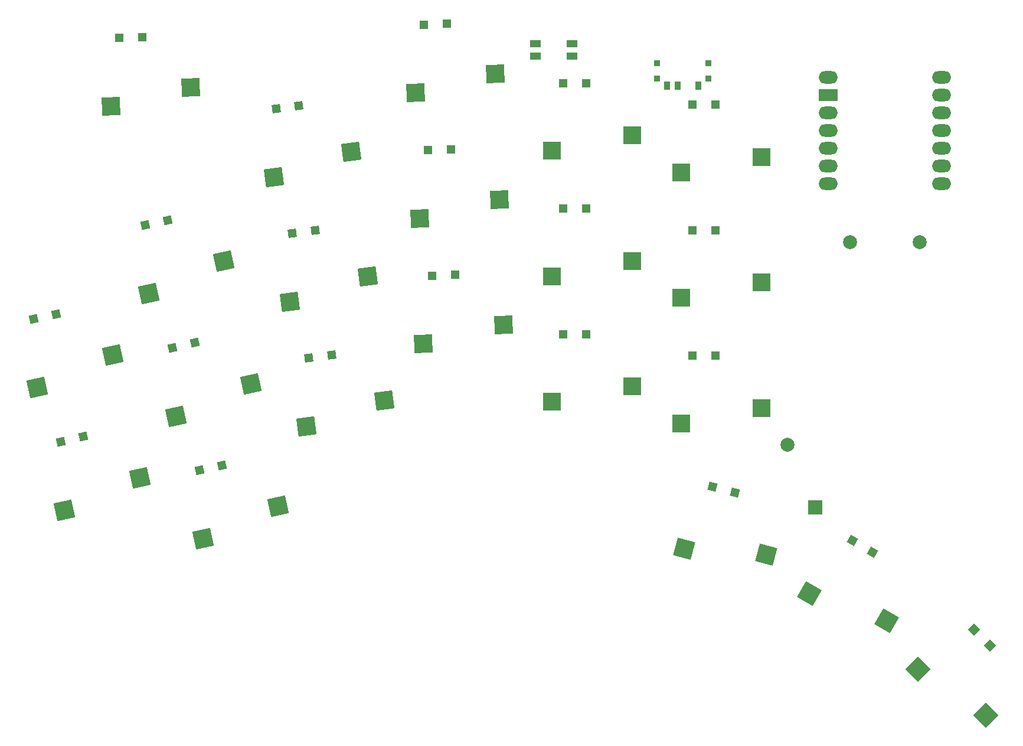
<source format=gbr>
%TF.GenerationSoftware,KiCad,Pcbnew,8.0.6*%
%TF.CreationDate,2024-10-22T01:49:15-07:00*%
%TF.ProjectId,lintilla,6c696e74-696c-46c6-912e-6b696361645f,v1.0*%
%TF.SameCoordinates,Original*%
%TF.FileFunction,Paste,Top*%
%TF.FilePolarity,Positive*%
%FSLAX46Y46*%
G04 Gerber Fmt 4.6, Leading zero omitted, Abs format (unit mm)*
G04 Created by KiCad (PCBNEW 8.0.6) date 2024-10-22 01:49:15*
%MOMM*%
%LPD*%
G01*
G04 APERTURE LIST*
G04 Aperture macros list*
%AMRotRect*
0 Rectangle, with rotation*
0 The origin of the aperture is its center*
0 $1 length*
0 $2 width*
0 $3 Rotation angle, in degrees counterclockwise*
0 Add horizontal line*
21,1,$1,$2,0,0,$3*%
G04 Aperture macros list end*
%ADD10R,0.900000X0.900000*%
%ADD11R,0.900000X1.250000*%
%ADD12RotRect,1.200000X1.200000X135.000000*%
%ADD13RotRect,1.200000X1.200000X187.500000*%
%ADD14R,2.600000X2.600000*%
%ADD15RotRect,1.200000X1.200000X182.500000*%
%ADD16RotRect,2.600000X2.600000X165.000000*%
%ADD17RotRect,2.600000X2.600000X135.000000*%
%ADD18RotRect,2.600000X2.600000X187.500000*%
%ADD19RotRect,1.200000X1.200000X192.500000*%
%ADD20RotRect,2.600000X2.600000X182.500000*%
%ADD21RotRect,2.600000X2.600000X192.500000*%
%ADD22R,1.200000X1.200000*%
%ADD23RotRect,1.200000X1.200000X165.000000*%
%ADD24RotRect,1.200000X1.200000X150.000000*%
%ADD25O,2.750000X1.800000*%
%ADD26R,2.750000X1.800000*%
%ADD27R,1.550000X1.000000*%
%ADD28R,2.000000X2.000000*%
%ADD29RotRect,2.600000X2.600000X150.000000*%
%ADD30C,2.000000*%
G04 APERTURE END LIST*
D10*
%TO.C,T1*%
X131480185Y-41341780D03*
X131480185Y-43541786D03*
X138880185Y-41341780D03*
X138880185Y-43541786D03*
D11*
X137430183Y-44516784D03*
X134430187Y-44516782D03*
X132930185Y-44516783D03*
%TD*%
D12*
%TO.C,SW21*%
X179264031Y-124815247D03*
X176930579Y-122481795D03*
%TD*%
D13*
%TO.C,SW8*%
X82456891Y-65280525D03*
X79185123Y-65711261D03*
%TD*%
D14*
%TO.C,S16*%
X146455185Y-90741791D03*
X134905184Y-92941791D03*
%TD*%
D15*
%TO.C,SW6*%
X57650104Y-37554610D03*
X54353244Y-37698554D03*
%TD*%
D13*
%TO.C,SW9*%
X80107416Y-47434520D03*
X76835648Y-47865256D03*
%TD*%
D16*
%TO.C,S19*%
X147095944Y-111791404D03*
X135370099Y-110927082D03*
%TD*%
D17*
%TO.C,S21*%
X178645302Y-134803120D03*
X168922589Y-128191674D03*
%TD*%
D18*
%TO.C,S8*%
X90004162Y-71851622D03*
X78840130Y-75540380D03*
%TD*%
D19*
%TO.C,SW3*%
X69040445Y-98966288D03*
X65818669Y-99680538D03*
%TD*%
D20*
%TO.C,S11*%
X108839481Y-60859382D03*
X97396435Y-63561092D03*
%TD*%
D21*
%TO.C,S4*%
X73235786Y-87281264D03*
X62435734Y-91928993D03*
%TD*%
D14*
%TO.C,S13*%
X127955179Y-87658455D03*
X116405178Y-89858455D03*
%TD*%
D20*
%TO.C,S12*%
X108254136Y-42867790D03*
X96811090Y-45569500D03*
%TD*%
D22*
%TO.C,SW17*%
X139830187Y-65241791D03*
X136530187Y-65241791D03*
%TD*%
D23*
%TO.C,SW19*%
X142637824Y-102832286D03*
X139450268Y-101978186D03*
%TD*%
D24*
%TO.C,SW20*%
X162397989Y-111412801D03*
X159540105Y-109762801D03*
%TD*%
D25*
%TO.C,MCU1*%
X172300176Y-43371778D03*
X172300176Y-45911778D03*
X172300176Y-48451778D03*
X172300174Y-50991777D03*
X172300176Y-53531778D03*
X172300176Y-56071778D03*
X172300176Y-58611778D03*
X156060176Y-58611778D03*
X156060176Y-56071778D03*
X156060176Y-53531778D03*
X156060178Y-50991779D03*
X156060176Y-48451778D03*
D26*
X156060176Y-45911778D03*
D25*
X156060176Y-43371778D03*
%TD*%
D27*
%TO.C,B1*%
X114055184Y-38558455D03*
X119305184Y-38558455D03*
X114055184Y-40258455D03*
X119305184Y-40258455D03*
%TD*%
D22*
%TO.C,SW15*%
X121330183Y-44158458D03*
X118030183Y-44158458D03*
%TD*%
D19*
%TO.C,SW5*%
X61248611Y-63819630D03*
X58026835Y-64533880D03*
%TD*%
D15*
%TO.C,SW10*%
X102478975Y-71647100D03*
X99182115Y-71791044D03*
%TD*%
D28*
%TO.C,PAD6*%
X154180190Y-104991788D03*
%TD*%
D21*
%TO.C,S2*%
X53372447Y-83157746D03*
X42572395Y-87805475D03*
%TD*%
D19*
%TO.C,SW1*%
X49177104Y-94842765D03*
X45955328Y-95557015D03*
%TD*%
D14*
%TO.C,S15*%
X127955179Y-51658454D03*
X116405178Y-53858454D03*
%TD*%
D22*
%TO.C,SW16*%
X139830176Y-83241786D03*
X136530176Y-83241786D03*
%TD*%
D21*
%TO.C,S1*%
X57268359Y-100731059D03*
X46468307Y-105378788D03*
%TD*%
D13*
%TO.C,SW7*%
X84806365Y-83126538D03*
X81534597Y-83557274D03*
%TD*%
D22*
%TO.C,SW13*%
X121330183Y-80158460D03*
X118030183Y-80158460D03*
%TD*%
D21*
%TO.C,S5*%
X69339876Y-69707946D03*
X58539824Y-74355675D03*
%TD*%
D20*
%TO.C,S10*%
X109424819Y-78850980D03*
X97981773Y-81552690D03*
%TD*%
%TO.C,S6*%
X64595941Y-44758483D03*
X53152895Y-47460193D03*
%TD*%
D14*
%TO.C,S18*%
X146455182Y-54741783D03*
X134905181Y-56941783D03*
%TD*%
D29*
%TO.C,S20*%
X164385397Y-121220486D03*
X153282804Y-117350742D03*
%TD*%
D15*
%TO.C,SW11*%
X101893645Y-53655506D03*
X98596785Y-53799450D03*
%TD*%
D21*
%TO.C,S3*%
X77131699Y-104854602D03*
X66331647Y-109502331D03*
%TD*%
D30*
%TO.C,PAD5*%
X150180179Y-95991791D03*
%TD*%
%TO.C,PAD1*%
X169180184Y-66991786D03*
%TD*%
D14*
%TO.C,S14*%
X127955183Y-69658459D03*
X116405182Y-71858459D03*
%TD*%
D15*
%TO.C,SW12*%
X101308304Y-35663912D03*
X98011444Y-35807856D03*
%TD*%
D30*
%TO.C,PAD3*%
X159180178Y-66991793D03*
%TD*%
D22*
%TO.C,SW14*%
X121330189Y-62158456D03*
X118030189Y-62158456D03*
%TD*%
D14*
%TO.C,S17*%
X146455189Y-72741794D03*
X134905188Y-74941794D03*
%TD*%
D18*
%TO.C,S9*%
X87654688Y-54005619D03*
X76490656Y-57694377D03*
%TD*%
%TO.C,S7*%
X92353631Y-89697625D03*
X81189599Y-93386383D03*
%TD*%
D19*
%TO.C,SW4*%
X65144517Y-81392972D03*
X61922741Y-82107222D03*
%TD*%
%TO.C,SW2*%
X45281189Y-77269431D03*
X42059413Y-77983681D03*
%TD*%
D22*
%TO.C,SW18*%
X139830188Y-47241786D03*
X136530188Y-47241786D03*
%TD*%
M02*

</source>
